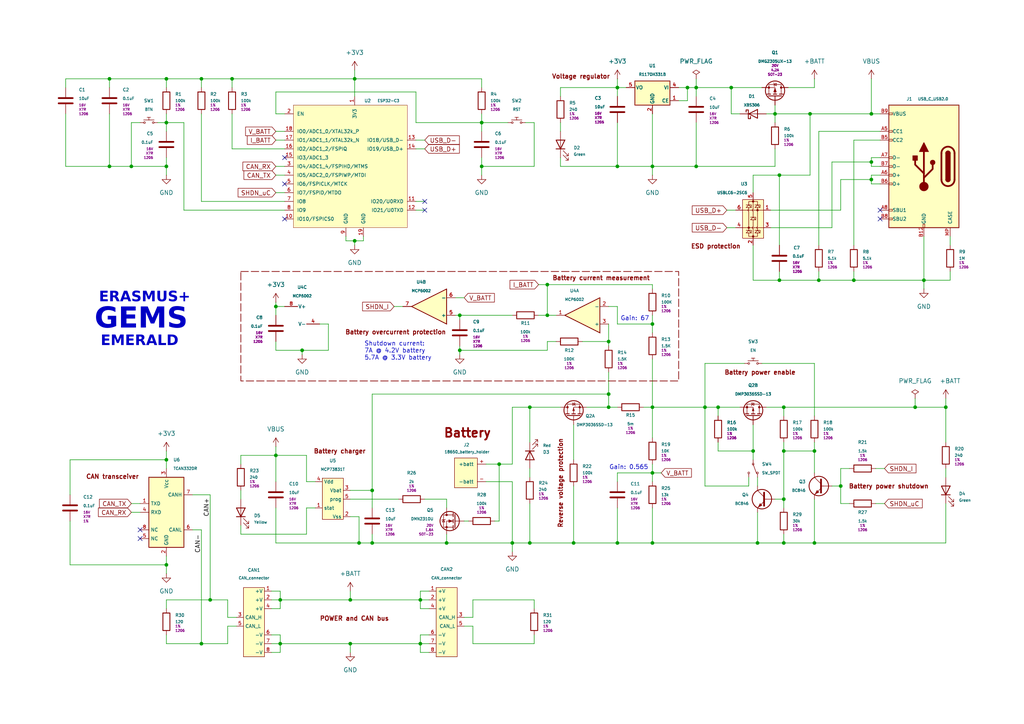
<source format=kicad_sch>
(kicad_sch (version 20231120) (generator "eeschema") (generator_version "8.0")
  (paper "A4")
  (title_block (title "EMERALD") (date "2024-02-23") (rev "v0.2") (company "GEMS - Graceful Equalising of Mechatronics Students") (comment 2 "Contact: gasper.skulj@fs.uni-lj.si") (comment 3 "2022-1-SI01-KA220-HED-000087727") (comment 4 "Erasmus+ project KA2: Cooperation partnerships in higher education"))
  (junction (at 31.75 22.86))
  (junction (at 208.28 118.11))
  (junction (at 101.6 173.99))
  (junction (at 179.07 48.26))
  (junction (at 102.87 69.85))
  (junction (at 179.07 157.48))
  (junction (at 67.31 22.86))
  (junction (at 201.93 25.4))
  (junction (at 38.1 48.26))
  (junction (at 179.07 25.4))
  (junction (at 189.23 93.98))
  (junction (at 81.28 173.99))
  (junction (at 201.93 48.26))
  (junction (at 265.43 118.11))
  (junction (at 107.95 157.48))
  (junction (at 80.01 132.08))
  (junction (at 274.32 118.11))
  (junction (at 252.73 46.99))
  (junction (at 252.73 52.07))
  (junction (at 121.92 186.69))
  (junction (at 176.53 118.11))
  (junction (at 60.96 173.99))
  (junction (at 189.23 118.11))
  (junction (at 252.73 33.02))
  (junction (at 153.67 157.48))
  (junction (at 227.33 144.78))
  (junction (at 234.95 33.02))
  (junction (at 48.26 35.56))
  (junction (at 267.97 81.28))
  (junction (at 236.22 157.48))
  (junction (at 204.47 118.11))
  (junction (at 247.65 81.28))
  (junction (at 189.23 157.48))
  (junction (at 101.6 186.69))
  (junction (at 139.7 35.56))
  (junction (at 129.54 157.48))
  (junction (at 148.59 157.48))
  (junction (at 31.75 48.26))
  (junction (at 153.67 118.11))
  (junction (at 227.33 130.81))
  (junction (at 212.09 25.4))
  (junction (at 219.71 157.48))
  (junction (at 199.39 25.4))
  (junction (at 226.06 81.28))
  (junction (at 189.23 48.26))
  (junction (at 107.95 142.24))
  (junction (at 158.75 82.55))
  (junction (at 227.33 157.48))
  (junction (at 189.23 137.16))
  (junction (at 224.79 33.02))
  (junction (at 139.7 48.26))
  (junction (at 121.92 173.99))
  (junction (at 48.26 163.83))
  (junction (at 226.06 50.8))
  (junction (at 144.78 134.62))
  (junction (at 218.44 130.81))
  (junction (at 102.87 22.86))
  (junction (at 237.49 81.28))
  (junction (at 80.01 88.9))
  (junction (at 176.53 99.06))
  (junction (at 81.28 186.69))
  (junction (at 58.42 186.69))
  (junction (at 243.84 140.97))
  (junction (at 104.14 157.48))
  (junction (at 133.35 91.44))
  (junction (at 87.63 101.6))
  (junction (at 48.26 133.35))
  (junction (at 48.26 48.26))
  (junction (at 236.22 130.81))
  (junction (at 158.75 91.44))
  (junction (at 58.42 22.86))
  (junction (at 176.53 114.3))
  (junction (at 133.35 101.6))
  (junction (at 48.26 22.86))
  (junction (at 166.37 157.48))
  (junction (at 227.33 118.11))
  (no_connect (at 82.55 45.72))
  (no_connect (at 255.27 60.96))
  (no_connect (at 255.27 63.5))
  (no_connect (at 123.19 60.96))
  (no_connect (at 82.55 53.34))
  (no_connect (at 123.19 58.42))
  (no_connect (at 40.64 156.21))
  (no_connect (at 40.64 153.67))
  (no_connect (at 82.55 63.5))
  (wire (pts (xy 252.73 33.02) (xy 255.27 33.02)))
  (wire (pts (xy 80.01 38.1) (xy 82.55 38.1)))
  (wire (pts (xy 92.71 93.98) (xy 95.25 93.98)))
  (wire (pts (xy 55.88 153.67) (xy 58.42 153.67)))
  (wire (pts (xy 243.84 135.89) (xy 246.38 135.89)))
  (wire (pts (xy 58.42 33.02) (xy 58.42 58.42)))
  (wire (pts (xy 60.96 173.99) (xy 66.04 173.99)))
  (wire (pts (xy 166.37 157.48) (xy 179.07 157.48)))
  (wire (pts (xy 156.21 91.44) (xy 158.75 91.44)))
  (wire (pts (xy 181.61 25.4) (xy 179.07 25.4)))
  (wire (pts (xy 227.33 118.11) (xy 227.33 120.65)))
  (wire (pts (xy 80.01 101.6) (xy 80.01 99.06)))
  (wire (pts (xy 179.07 35.56) (xy 179.07 48.26)))
  (wire (pts (xy 199.39 25.4) (xy 196.85 25.4)))
  (wire (pts (xy 78.74 186.69) (xy 81.28 186.69)))
  (wire (pts (xy 48.26 35.56) (xy 48.26 33.02)))
  (wire (pts (xy 214.63 33.02) (xy 212.09 33.02)))
  (wire (pts (xy 267.97 68.58) (xy 267.97 81.28)))
  (wire (pts (xy 236.22 105.41) (xy 236.22 120.65)))
  (wire (pts (xy 220.98 105.41) (xy 236.22 105.41)))
  (wire (pts (xy 148.59 139.7) (xy 148.59 157.48)))
  (wire (pts (xy 212.09 25.4) (xy 220.98 25.4)))
  (wire (pts (xy 81.28 173.99) (xy 101.6 173.99)))
  (wire (pts (xy 134.62 179.07) (xy 137.16 179.07)))
  (wire (pts (xy 162.56 35.56) (xy 162.56 38.1)))
  (wire (pts (xy 226.06 81.28) (xy 218.44 81.28)))
  (wire (pts (xy 252.73 52.07) (xy 252.73 53.34)))
  (wire (pts (xy 60.96 143.51) (xy 60.96 173.99)))
  (wire (pts (xy 140.97 139.7) (xy 148.59 139.7)))
  (wire (pts (xy 107.95 142.24) (xy 107.95 114.3)))
  (wire (pts (xy 189.23 147.32) (xy 189.23 157.48)))
  (wire (pts (xy 212.09 25.4) (xy 212.09 33.02)))
  (wire (pts (xy 95.25 101.6) (xy 87.63 101.6)))
  (wire (pts (xy 243.84 52.07) (xy 252.73 52.07)))
  (wire (pts (xy 254 146.05) (xy 256.54 146.05)))
  (wire (pts (xy 105.41 69.85) (xy 105.41 68.58)))
  (wire (pts (xy 67.31 25.4) (xy 67.31 22.86)))
  (wire (pts (xy 176.53 100.33) (xy 176.53 99.06)))
  (wire (pts (xy 189.23 137.16) (xy 189.23 139.7)))
  (wire (pts (xy 274.32 135.89) (xy 274.32 138.43)))
  (wire (pts (xy 243.84 60.96) (xy 223.52 60.96)))
  (wire (pts (xy 189.23 93.98) (xy 179.07 93.98)))
  (wire (pts (xy 274.32 157.48) (xy 274.32 146.05)))
  (wire (pts (xy 219.71 157.48) (xy 189.23 157.48)))
  (wire (pts (xy 144.78 134.62) (xy 148.59 134.62)))
  (wire (pts (xy 224.79 48.26) (xy 201.93 48.26)))
  (wire (pts (xy 222.25 118.11) (xy 227.33 118.11)))
  (wire (pts (xy 107.95 154.94) (xy 107.95 157.48)))
  (wire (pts (xy 227.33 144.78) (xy 224.79 144.78)))
  (wire (pts (xy 120.65 60.96) (xy 123.19 60.96)))
  (wire (pts (xy 189.23 134.62) (xy 189.23 137.16)))
  (wire (pts (xy 153.67 135.89) (xy 153.67 138.43)))
  (wire (pts (xy 153.67 118.11) (xy 153.67 128.27)))
  (wire (pts (xy 227.33 118.11) (xy 265.43 118.11)))
  (wire (pts (xy 121.92 189.23) (xy 124.46 189.23)))
  (wire (pts (xy 133.35 91.44) (xy 133.35 92.71)))
  (wire (pts (xy 139.7 35.56) (xy 147.32 35.56)))
  (wire (pts (xy 19.05 33.02) (xy 19.05 48.26)))
  (wire (pts (xy 208.28 128.27) (xy 208.28 130.81)))
  (wire (pts (xy 143.51 151.13) (xy 144.78 151.13)))
  (wire (pts (xy 19.05 22.86) (xy 31.75 22.86)))
  (wire (pts (xy 31.75 33.02) (xy 31.75 48.26)))
  (wire (pts (xy 80.01 88.9) (xy 82.55 88.9)))
  (wire (pts (xy 246.38 146.05) (xy 243.84 146.05)))
  (wire (pts (xy 104.14 157.48) (xy 107.95 157.48)))
  (wire (pts (xy 274.32 118.11) (xy 274.32 128.27)))
  (wire (pts (xy 208.28 130.81) (xy 218.44 130.81)))
  (wire (pts (xy 243.84 146.05) (xy 243.84 140.97)))
  (wire (pts (xy 219.71 138.43) (xy 219.71 140.97)))
  (wire (pts (xy 176.53 99.06) (xy 176.53 93.98)))
  (wire (pts (xy 222.25 33.02) (xy 224.79 33.02)))
  (wire (pts (xy 78.74 171.45) (xy 81.28 171.45)))
  (wire (pts (xy 158.75 82.55) (xy 189.23 82.55)))
  (wire (pts (xy 189.23 137.16) (xy 191.77 137.16)))
  (wire (pts (xy 58.42 186.69) (xy 66.04 186.69)))
  (wire (pts (xy 139.7 22.86) (xy 139.7 25.4)))
  (wire (pts (xy 218.44 50.8) (xy 218.44 55.88)))
  (wire (pts (xy 227.33 154.94) (xy 227.33 157.48)))
  (wire (pts (xy 176.53 118.11) (xy 179.07 118.11)))
  (wire (pts (xy 102.87 22.86) (xy 139.7 22.86)))
  (wire (pts (xy 67.31 22.86) (xy 58.42 22.86)))
  (wire (pts (xy 124.46 184.15) (xy 121.92 184.15)))
  (wire (pts (xy 80.01 147.32) (xy 80.01 157.48)))
  (wire (pts (xy 132.08 86.36) (xy 134.62 86.36)))
  (wire (pts (xy 236.22 144.78) (xy 236.22 157.48)))
  (wire (pts (xy 224.79 33.02) (xy 224.79 35.56)))
  (wire (pts (xy 123.19 144.78) (xy 129.54 144.78)))
  (wire (pts (xy 107.95 157.48) (xy 129.54 157.48)))
  (wire (pts (xy 252.73 53.34) (xy 255.27 53.34)))
  (wire (pts (xy 170.18 118.11) (xy 176.53 118.11)))
  (wire (pts (xy 179.07 137.16) (xy 179.07 139.7)))
  (wire (pts (xy 274.32 115.57) (xy 274.32 118.11)))
  (wire (pts (xy 161.29 91.44) (xy 158.75 91.44)))
  (wire (pts (xy 48.26 163.83) (xy 48.26 166.37)))
  (wire (pts (xy 101.6 189.23) (xy 101.6 186.69)))
  (wire (pts (xy 201.93 25.4) (xy 199.39 25.4)))
  (wire (pts (xy 154.94 184.15) (xy 154.94 186.69)))
  (wire (pts (xy 133.35 102.87) (xy 133.35 101.6)))
  (wire (pts (xy 69.85 154.94) (xy 88.9 154.94)))
  (wire (pts (xy 81.28 173.99) (xy 78.74 173.99)))
  (wire (pts (xy 48.26 186.69) (xy 58.42 186.69)))
  (wire (pts (xy 237.49 38.1) (xy 237.49 71.12)))
  (wire (pts (xy 69.85 134.62) (xy 69.85 132.08)))
  (wire (pts (xy 252.73 50.8) (xy 252.73 52.07)))
  (wire (pts (xy 66.04 173.99) (xy 66.04 179.07)))
  (wire (pts (xy 38.1 35.56) (xy 38.1 48.26)))
  (wire (pts (xy 153.67 118.11) (xy 162.56 118.11)))
  (wire (pts (xy 189.23 104.14) (xy 189.23 118.11)))
  (wire (pts (xy 102.87 22.86) (xy 102.87 27.94)))
  (wire (pts (xy 80.01 50.8) (xy 82.55 50.8)))
  (wire (pts (xy 101.6 144.78) (xy 115.57 144.78)))
  (wire (pts (xy 88.9 132.08) (xy 88.9 139.7)))
  (wire (pts (xy 176.53 114.3) (xy 176.53 118.11)))
  (wire (pts (xy 38.1 148.59) (xy 40.64 148.59)))
  (wire (pts (xy 48.26 22.86) (xy 58.42 22.86)))
  (wire (pts (xy 101.6 171.45) (xy 101.6 173.99)))
  (wire (pts (xy 154.94 173.99) (xy 154.94 176.53)))
  (wire (pts (xy 58.42 58.42) (xy 82.55 58.42)))
  (wire (pts (xy 129.54 154.94) (xy 129.54 157.48)))
  (wire (pts (xy 153.67 157.48) (xy 166.37 157.48)))
  (wire (pts (xy 69.85 132.08) (xy 80.01 132.08)))
  (wire (pts (xy 148.59 118.11) (xy 148.59 134.62)))
  (wire (pts (xy 101.6 186.69) (xy 121.92 186.69)))
  (wire (pts (xy 168.91 99.06) (xy 176.53 99.06)))
  (wire (pts (xy 20.32 151.13) (xy 20.32 163.83)))
  (wire (pts (xy 120.65 35.56) (xy 139.7 35.56)))
  (wire (pts (xy 66.04 179.07) (xy 68.58 179.07)))
  (wire (pts (xy 48.26 161.29) (xy 48.26 163.83)))
  (wire (pts (xy 53.34 60.96) (xy 53.34 35.56)))
  (wire (pts (xy 189.23 91.44) (xy 189.23 93.98)))
  (wire (pts (xy 162.56 48.26) (xy 179.07 48.26)))
  (wire (pts (xy 80.01 26.67) (xy 120.65 26.67)))
  (wire (pts (xy 31.75 25.4) (xy 31.75 22.86)))
  (wire (pts (xy 80.01 91.44) (xy 80.01 88.9)))
  (wire (pts (xy 88.9 139.7) (xy 91.44 139.7)))
  (wire (pts (xy 265.43 115.57) (xy 265.43 118.11)))
  (wire (pts (xy 20.32 133.35) (xy 20.32 143.51)))
  (wire (pts (xy 19.05 25.4) (xy 19.05 22.86)))
  (wire (pts (xy 224.79 30.48) (xy 224.79 33.02)))
  (wire (pts (xy 139.7 45.72) (xy 139.7 48.26)))
  (wire (pts (xy 81.28 186.69) (xy 101.6 186.69)))
  (wire (pts (xy 234.95 33.02) (xy 252.73 33.02)))
  (wire (pts (xy 78.74 176.53) (xy 81.28 176.53)))
  (wire (pts (xy 102.87 22.86) (xy 67.31 22.86)))
  (wire (pts (xy 227.33 157.48) (xy 219.71 157.48)))
  (wire (pts (xy 102.87 20.32) (xy 102.87 22.86)))
  (wire (pts (xy 247.65 81.28) (xy 267.97 81.28)))
  (wire (pts (xy 189.23 96.52) (xy 189.23 93.98)))
  (wire (pts (xy 48.26 45.72) (xy 48.26 48.26)))
  (wire (pts (xy 87.63 101.6) (xy 87.63 102.87)))
  (wire (pts (xy 148.59 157.48) (xy 153.67 157.48)))
  (wire (pts (xy 179.07 93.98) (xy 179.07 88.9)))
  (wire (pts (xy 48.26 35.56) (xy 48.26 38.1)))
  (wire (pts (xy 66.04 186.69) (xy 66.04 181.61)))
  (wire (pts (xy 58.42 25.4) (xy 58.42 22.86)))
  (wire (pts (xy 139.7 35.56) (xy 139.7 38.1)))
  (wire (pts (xy 48.26 176.53) (xy 48.26 173.99)))
  (wire (pts (xy 218.44 130.81) (xy 218.44 133.35)))
  (wire (pts (xy 237.49 78.74) (xy 237.49 81.28)))
  (wire (pts (xy 81.28 176.53) (xy 81.28 173.99)))
  (wire (pts (xy 121.92 171.45) (xy 121.92 173.99)))
  (wire (pts (xy 148.59 157.48) (xy 148.59 160.02)))
  (wire (pts (xy 208.28 118.11) (xy 214.63 118.11)))
  (wire (pts (xy 104.14 149.86) (xy 104.14 157.48)))
  (wire (pts (xy 48.26 133.35) (xy 48.26 135.89)))
  (wire (pts (xy 48.26 130.81) (xy 48.26 133.35)))
  (wire (pts (xy 102.87 69.85) (xy 102.87 71.12)))
  (wire (pts (xy 226.06 50.8) (xy 226.06 71.12)))
  (wire (pts (xy 201.93 22.86) (xy 201.93 25.4)))
  (wire (pts (xy 124.46 173.99) (xy 121.92 173.99)))
  (wire (pts (xy 48.26 173.99) (xy 60.96 173.99)))
  (wire (pts (xy 189.23 48.26) (xy 201.93 48.26)))
  (wire (pts (xy 20.32 133.35) (xy 48.26 133.35)))
  (wire (pts (xy 133.35 101.6) (xy 158.75 101.6)))
  (wire (pts (xy 189.23 48.26) (xy 179.07 48.26)))
  (wire (pts (xy 201.93 25.4) (xy 212.09 25.4)))
  (wire (pts (xy 82.55 60.96) (xy 53.34 60.96)))
  (wire (pts (xy 201.93 35.56) (xy 201.93 48.26)))
  (wire (pts (xy 228.6 25.4) (xy 236.22 25.4)))
  (wire (pts (xy 254 135.89) (xy 256.54 135.89)))
  (wire (pts (xy 139.7 48.26) (xy 139.7 50.8)))
  (wire (pts (xy 120.65 58.42) (xy 123.19 58.42)))
  (wire (pts (xy 226.06 78.74) (xy 226.06 81.28)))
  (wire (pts (xy 252.73 45.72) (xy 255.27 45.72)))
  (wire (pts (xy 179.07 147.32) (xy 179.07 157.48)))
  (wire (pts (xy 124.46 171.45) (xy 121.92 171.45)))
  (wire (pts (xy 121.92 176.53) (xy 124.46 176.53)))
  (wire (pts (xy 267.97 81.28) (xy 275.59 81.28)))
  (wire (pts (xy 114.3 88.9) (xy 116.84 88.9)))
  (wire (pts (xy 88.9 154.94) (xy 88.9 147.32)))
  (wire (pts (xy 129.54 157.48) (xy 148.59 157.48)))
  (wire (pts (xy 80.01 33.02) (xy 80.01 26.67)))
  (wire (pts (xy 80.01 132.08) (xy 88.9 132.08)))
  (wire (pts (xy 189.23 118.11) (xy 204.47 118.11)))
  (wire (pts (xy 252.73 22.86) (xy 252.73 33.02)))
  (wire (pts (xy 100.33 69.85) (xy 102.87 69.85)))
  (wire (pts (xy 189.23 127) (xy 189.23 118.11)))
  (wire (pts (xy 241.3 140.97) (xy 243.84 140.97)))
  (wire (pts (xy 255.27 48.26) (xy 252.73 48.26)))
  (wire (pts (xy 107.95 142.24) (xy 107.95 147.32)))
  (wire (pts (xy 217.17 138.43) (xy 217.17 140.97)))
  (wire (pts (xy 226.06 81.28) (xy 237.49 81.28)))
  (wire (pts (xy 241.3 46.99) (xy 241.3 66.04)))
  (wire (pts (xy 81.28 186.69) (xy 81.28 189.23)))
  (wire (pts (xy 154.94 186.69) (xy 137.16 186.69)))
  (wire (pts (xy 252.73 46.99) (xy 252.73 45.72)))
  (wire (pts (xy 179.07 25.4) (xy 179.07 27.94)))
  (wire (pts (xy 139.7 35.56) (xy 139.7 33.02)))
  (wire (pts (xy 247.65 40.64) (xy 255.27 40.64)))
  (wire (pts (xy 236.22 25.4) (xy 236.22 22.86)))
  (wire (pts (xy 224.79 43.18) (xy 224.79 48.26)))
  (wire (pts (xy 100.33 68.58) (xy 100.33 69.85)))
  (wire (pts (xy 40.64 35.56) (xy 38.1 35.56)))
  (wire (pts (xy 224.79 33.02) (xy 234.95 33.02)))
  (wire (pts (xy 101.6 173.99) (xy 121.92 173.99)))
  (wire (pts (xy 158.75 99.06) (xy 161.29 99.06)))
  (wire (pts (xy 236.22 157.48) (xy 274.32 157.48)))
  (wire (pts (xy 243.84 140.97) (xy 243.84 135.89)))
  (wire (pts (xy 218.44 81.28) (xy 218.44 71.12)))
  (wire (pts (xy 137.16 181.61) (xy 134.62 181.61)))
  (wire (pts (xy 156.21 82.55) (xy 158.75 82.55)))
  (wire (pts (xy 158.75 101.6) (xy 158.75 99.06)))
  (wire (pts (xy 53.34 35.56) (xy 48.26 35.56)))
  (wire (pts (xy 208.28 118.11) (xy 208.28 120.65)))
  (wire (pts (xy 204.47 105.41) (xy 204.47 118.11)))
  (wire (pts (xy 87.63 101.6) (xy 80.01 101.6)))
  (wire (pts (xy 275.59 68.58) (xy 275.59 71.12)))
  (wire (pts (xy 189.23 137.16) (xy 179.07 137.16)))
  (wire (pts (xy 152.4 35.56) (xy 154.94 35.56)))
  (wire (pts (xy 80.01 157.48) (xy 104.14 157.48)))
  (wire (pts (xy 218.44 123.19) (xy 218.44 130.81)))
  (wire (pts (xy 80.01 87.63) (xy 80.01 88.9)))
  (wire (pts (xy 236.22 157.48) (xy 227.33 157.48)))
  (wire (pts (xy 227.33 144.78) (xy 227.33 147.32)))
  (wire (pts (xy 210.82 60.96) (xy 213.36 60.96)))
  (wire (pts (xy 80.01 132.08) (xy 80.01 139.7)))
  (wire (pts (xy 82.55 33.02) (xy 80.01 33.02)))
  (wire (pts (xy 67.31 43.18) (xy 82.55 43.18)))
  (wire (pts (xy 132.08 91.44) (xy 133.35 91.44)))
  (wire (pts (xy 120.65 43.18) (xy 123.19 43.18)))
  (wire (pts (xy 120.65 40.64) (xy 123.19 40.64)))
  (wire (pts (xy 81.28 184.15) (xy 81.28 186.69)))
  (wire (pts (xy 154.94 35.56) (xy 154.94 48.26)))
  (wire (pts (xy 237.49 81.28) (xy 247.65 81.28)))
  (wire (pts (xy 226.06 50.8) (xy 218.44 50.8)))
  (wire (pts (xy 247.65 40.64) (xy 247.65 71.12)))
  (wire (pts (xy 227.33 130.81) (xy 236.22 130.81)))
  (wire (pts (xy 241.3 46.99) (xy 252.73 46.99)))
  (wire (pts (xy 219.71 157.48) (xy 219.71 148.59)))
  (wire (pts (xy 120.65 26.67) (xy 120.65 35.56)))
  (wire (pts (xy 55.88 143.51) (xy 60.96 143.51)))
  (wire (pts (xy 58.42 153.67) (xy 58.42 186.69)))
  (wire (pts (xy 88.9 147.32) (xy 91.44 147.32)))
  (wire (pts (xy 133.35 91.44) (xy 148.59 91.44)))
  (wire (pts (xy 201.93 27.94) (xy 201.93 25.4)))
  (wire (pts (xy 234.95 33.02) (xy 234.95 50.8)))
  (wire (pts (xy 162.56 45.72) (xy 162.56 48.26)))
  (wire (pts (xy 121.92 184.15) (xy 121.92 186.69)))
  (wire (pts (xy 48.26 22.86) (xy 48.26 25.4)))
  (wire (pts (xy 140.97 134.62) (xy 144.78 134.62)))
  (wire (pts (xy 102.87 69.85) (xy 105.41 69.85)))
  (wire (pts (xy 137.16 173.99) (xy 154.94 173.99)))
  (wire (pts (xy 166.37 140.97) (xy 166.37 157.48)))
  (wire (pts (xy 31.75 48.26) (xy 38.1 48.26)))
  (wire (pts (xy 204.47 118.11) (xy 208.28 118.11)))
  (wire (pts (xy 133.35 100.33) (xy 133.35 101.6)))
  (wire (pts (xy 78.74 184.15) (xy 81.28 184.15)))
  (wire (pts (xy 81.28 171.45) (xy 81.28 173.99)))
  (wire (pts (xy 252.73 48.26) (xy 252.73 46.99)))
  (wire (pts (xy 38.1 146.05) (xy 40.64 146.05)))
  (wire (pts (xy 176.53 114.3) (xy 176.53 107.95)))
  (wire (pts (xy 137.16 186.69) (xy 137.16 181.61)))
  (wire (pts (xy 135.89 151.13) (xy 134.62 151.13)))
  (wire (pts (xy 107.95 114.3) (xy 176.53 114.3)))
  (wire (pts (xy 217.17 140.97) (xy 204.47 140.97)))
  (wire (pts (xy 189.23 33.02) (xy 189.23 48.26)))
  (wire (pts (xy 148.59 118.11) (xy 153.67 118.11)))
  (wire (pts (xy 20.32 163.83) (xy 48.26 163.83)))
  (wire (pts (xy 153.67 146.05) (xy 153.67 157.48)))
  (wire (pts (xy 19.05 48.26) (xy 31.75 48.26)))
  (wire (pts (xy 179.07 22.86) (xy 179.07 25.4)))
  (wire (pts (xy 101.6 149.86) (xy 104.14 149.86)))
  (wire (pts (xy 67.31 33.02) (xy 67.31 43.18)))
  (wire (pts (xy 226.06 50.8) (xy 234.95 50.8)))
  (wire (pts (xy 144.78 134.62) (xy 144.78 151.13)))
  (wire (pts (xy 80.01 129.54) (xy 80.01 132.08)))
  (wire (pts (xy 162.56 25.4) (xy 162.56 27.94)))
  (wire (pts (xy 243.84 52.07) (xy 243.84 60.96)))
  (wire (pts (xy 236.22 128.27) (xy 236.22 130.81)))
  (wire (pts (xy 78.74 189.23) (xy 81.28 189.23)))
  (wire (pts (xy 80.01 48.26) (xy 82.55 48.26)))
  (wire (pts (xy 247.65 81.28) (xy 247.65 78.74)))
  (wire (pts (xy 199.39 25.4) (xy 199.39 29.21)))
  (wire (pts (xy 236.22 130.81) (xy 236.22 137.16)))
  (wire (pts (xy 166.37 123.19) (xy 166.37 133.35)))
  (wire (pts (xy 129.54 144.78) (xy 129.54 147.32)))
  (wire (pts (xy 189.23 82.55) (xy 189.23 83.82)))
  (wire (pts (xy 121.92 173.99) (xy 121.92 176.53)))
  (wire (pts (xy 204.47 140.97) (xy 204.47 118.11)))
  (wire (pts (xy 199.39 29.21) (xy 196.85 29.21)))
  (wire (pts (xy 255.27 50.8) (xy 252.73 50.8)))
  (wire (pts (xy 38.1 48.26) (xy 48.26 48.26)))
  (wire (pts (xy 179.07 25.4) (xy 162.56 25.4)))
  (wire (pts (xy 66.04 181.61) (xy 68.58 181.61)))
  (wire (pts (xy 189.23 48.26) (xy 189.23 50.8)))
  (wire (pts (xy 48.26 48.26) (xy 48.26 50.8)))
  (wire (pts (xy 154.94 48.26) (xy 139.7 48.26)))
  (wire (pts (xy 237.49 38.1) (xy 255.27 38.1)))
  (wire (pts (xy 80.01 40.64) (xy 82.55 40.64)))
  (wire (pts (xy 210.82 66.04) (xy 213.36 66.04)))
  (wire (pts (xy 265.43 118.11) (xy 274.32 118.11)))
  (wire (pts (xy 241.3 66.04) (xy 223.52 66.04)))
  (wire (pts (xy 158.75 82.55) (xy 158.75 91.44)))
  (wire (pts (xy 186.69 118.11) (xy 189.23 118.11)))
  (wire (pts (xy 137.16 179.07) (xy 137.16 173.99)))
  (wire (pts (xy 267.97 81.28) (xy 267.97 83.82)))
  (wire (pts (xy 121.92 186.69) (xy 124.46 186.69)))
  (wire (pts (xy 179.07 157.48) (xy 189.23 157.48)))
  (wire (pts (xy 69.85 142.24) (xy 69.85 144.78)))
  (wire (pts (xy 101.6 142.24) (xy 107.95 142.24)))
  (wire (pts (xy 31.75 22.86) (xy 48.26 22.86)))
  (wire (pts (xy 48.26 184.15) (xy 48.26 186.69)))
  (wire (pts (xy 121.92 186.69) (xy 121.92 189.23)))
  (wire (pts (xy 227.33 130.81) (xy 227.33 144.78)))
  (wire (pts (xy 69.85 152.4) (xy 69.85 154.94)))
  (wire (pts (xy 275.59 78.74) (xy 275.59 81.28)))
  (wire (pts (xy 45.72 35.56) (xy 48.26 35.56)))
  (wire (pts (xy 179.07 88.9) (xy 176.53 88.9)))
  (wire (pts (xy 95.25 93.98) (xy 95.25 101.6)))
  (wire (pts (xy 215.9 105.41) (xy 204.47 105.41)))
  (wire (pts (xy 227.33 128.27) (xy 227.33 130.81)))
  (wire (pts (xy 80.01 55.88) (xy 82.55 55.88)))
  (rectangle (start 69.85 78.74) (end 196.85 110.49) (stroke (width 0.2) (type dash) (color 132 0 0 1)))
  (text "Battery" (at 128.524 127.254 0) (effects (font (size 2.54 2.54) (thickness 0.508) (bold yes)) (justify left bottom)))
  (text "Battery charger" (at 90.932 131.826 0) (effects (font (size 1.27 1.27) (thickness 0.254) (bold yes)) (justify left bottom)))
  (text "ESD protection\n" (at 214.884 72.39 0) (effects (font (size 1.27 1.27) (thickness 0.254) (bold yes)) (justify right bottom)))
  (text "Gain: 67" (at 184.15 92.456 0) (effects (font (size 1.27 1.27))))
  (text "CAN transceiver" (at 24.892 139.192 0) (effects (font (size 1.27 1.27) (thickness 0.254) (bold yes)) (justify left bottom)))
  (text "ERASMUS+" (at 28.702 88.9 0) (effects (font (size 3 3) (thickness 0.254) (bold yes)) (justify left bottom)))
  (text "Reverse voltage protection" (at 163.322 127.254 90) (effects (font (size 1.27 1.27) (thickness 0.254) (bold yes)) (justify right bottom)))
  (text "POWER and CAN bus" (at 92.71 180.34 0) (effects (font (size 1.27 1.27) (thickness 0.254) (bold yes)) (justify left bottom)))
  (text "EMERALD" (at 29.21 101.6 0) (effects (font (size 3 3) (thickness 0.254) (bold yes)) (justify left bottom)))
  (text "GEMS" (at 27.432 97.79 0) (effects (font (size 6 6) (bold yes)) (justify left bottom)))
  (text "Voltage regulator" (at 160.02 23.114 0) (effects (font (size 1.27 1.27) (thickness 0.254) (bold yes)) (justify left bottom)))
  (text "Shutdown current:\n7A @ 4.2V battery\n5.7A @ 3.3V battery" (at 105.664 99.06 0) (effects (font (size 1.27 1.27)) (justify left top)))
  (text "Battery overcurrent protection" (at 100.076 97.282 0) (effects (font (size 1.27 1.27) (thickness 0.254) (bold yes)) (justify left bottom)))
  (text "Battery power enable" (at 210.058 108.966 0) (effects (font (size 1.27 1.27) (thickness 0.254) (bold yes)) (justify left bottom)))
  (text "Battery power shutdown" (at 246.126 141.986 0) (effects (font (size 1.27 1.27) (thickness 0.254) (bold yes)) (justify left bottom)))
  (text "Gain: 0.565" (at 182.372 135.636 0) (effects (font (size 1.27 1.27))))
  (text "Battery current measurement" (at 160.1661 81.5707 0) (effects (font (size 1.27 1.27) (thickness 0.254) (bold yes)) (justify left bottom)))
  (label "CAN+" (at 60.96 149.86 90))
  (label "CAN-" (at 58.42 154.94 270))
  (global_label "I_BATT" (shape input) (at 156.21 82.55 180) (property "Intersheetrefs" "${INTERSHEET_REFS}" (effects (hide yes))))
  (global_label "USB_D-" (shape input) (at 123.19 40.64 0) (property "Intersheetrefs" "${INTERSHEET_REFS}" (effects (hide yes))))
  (global_label "V_BATT" (shape input) (at 80.01 38.1 180) (property "Intersheetrefs" "${INTERSHEET_REFS}" (effects (hide yes))))
  (global_label "SHDN_I" (shape input) (at 114.3 88.9 180) (property "Intersheetrefs" "${INTERSHEET_REFS}" (effects (hide yes))))
  (global_label "V_BATT" (shape input) (at 134.62 86.36 0) (property "Intersheetrefs" "${INTERSHEET_REFS}" (effects (hide yes))))
  (global_label "SHDN_uC" (shape input) (at 80.01 55.88 180) (property "Intersheetrefs" "${INTERSHEET_REFS}" (effects (hide yes))))
  (global_label "I_BATT" (shape input) (at 80.01 40.64 180) (property "Intersheetrefs" "${INTERSHEET_REFS}" (effects (hide yes))))
  (global_label "SHDN_uC" (shape input) (at 256.54 146.05 0) (property "Intersheetrefs" "${INTERSHEET_REFS}" (effects (hide yes))))
  (global_label "CAN_RX" (shape input) (at 38.1 148.59 180) (property "Intersheetrefs" "${INTERSHEET_REFS}" (effects (hide yes))))
  (global_label "CAN_TX" (shape input) (at 80.01 50.8 180) (property "Intersheetrefs" "${INTERSHEET_REFS}" (effects (hide yes))))
  (global_label "SHDN_I" (shape input) (at 256.54 135.89 0) (property "Intersheetrefs" "${INTERSHEET_REFS}" (effects (hide yes))))
  (global_label "V_BATT" (shape input) (at 191.77 137.16 0) (property "Intersheetrefs" "${INTERSHEET_REFS}" (effects (hide yes))))
  (global_label "USB_D+" (shape input) (at 210.82 60.96 180) (property "Intersheetrefs" "${INTERSHEET_REFS}" (effects (hide yes))))
  (global_label "USB_D-" (shape input) (at 210.82 66.04 180) (property "Intersheetrefs" "${INTERSHEET_REFS}" (effects (hide yes))))
  (global_label "CAN_RX" (shape input) (at 80.01 48.26 180) (property "Intersheetrefs" "${INTERSHEET_REFS}" (effects (hide yes))))
  (global_label "CAN_TX" (shape input) (at 38.1 146.05 180) (property "Intersheetrefs" "${INTERSHEET_REFS}" (effects (hide yes))))
  (global_label "USB_D+" (shape input) (at 123.19 43.18 0) (property "Intersheetrefs" "${INTERSHEET_REFS}" (effects (hide yes))))
  (symbol (lib_id "power:+3V3") (at 80.01 87.63 0) (unit 1)
    (property "Reference" "#PWR010" (effects (hide yes)))
    (property "Value" "+3V3" (at 80.01 82.55 0))
    (property "Description" "Power symbol creates a global label with name \"+3V3\"" (effects (hide yes)))
  )
  (symbol (lib_id "GEMS_library:SW_Push_NO") (at 43.18 35.56 0) (unit 1)
    (property "Reference" "SW1" (at 43.18 29.21 0) (effects (font (size 0.9 0.9))))
    (property "Value" "BTN" (at 43.18 31.75 0) (effects (font (size 0.8 0.8))))
    (property "Footprint" "GEMS_library:SW_PUSH_6mm_SMD" (effects (hide yes)))
    (property "Datasheet" "https://www.ckswitches.com/media/1471/pts645.pdf" (effects (hide yes)))
    (property "Description" "Push button switch, generic, two pins" (effects (hide yes)))
  )
  (symbol (lib_id "GEMS_library:MCP73831T") (at 96.52 144.78 0) (unit 1)
    (property "Reference" "U5" (at 96.52 133.604 0) (effects (font (size 0.9 0.9))))
    (property "Value" "MCP73831T" (at 96.52 136.144 0) (effects (font (size 0.8 0.8))))
    (property "Footprint" "GEMS_library:SOT-23-5" (effects (hide yes)))
    (property "Datasheet" "https://ww1.microchip.com/downloads/en/DeviceDoc/MCP73831-Family-Data-Sheet-DS20001984H.pdf" (effects (hide yes)))
    (property "Description" "Single-cell Li-ion Charger, SOT-23-5" (effects (hide yes)))
    (property "Suplier1" "Mouser" (effects (hide yes)))
    (property "Suplier1 no." "579-MCP73831T-2ACIOT" (effects (hide yes)))
  )
  (symbol (lib_id "GEMS_library:Capacitor") (at 48.26 41.91 0) (mirror y) (unit 1)
    (property "Reference" "C5" (at 44.45 38.735 0) (effects (font (size 0.9 0.9)) (justify left)))
    (property "Value" "0.1uF" (at 44.45 41.275 0) (effects (font (size 0.8 0.8)) (justify left)))
    (property "Footprint" "GEMS_library:C_1206_(3216)" (effects (hide yes)))
    (property "Description" "Unpolarized capacitor" (effects (hide yes)))
    (property "Voltage" "16V" (at 44.45 43.18 0) (effects (font (size 0.7 0.7)) (justify left)))
    (property "Tolerance" "X7R" (at 44.45 44.45 0) (effects (font (size 0.7 0.7)) (justify left)))
    (property "Case" "1206" (at 44.45 45.72 0) (effects (font (size 0.7 0.7)) (justify left)))
  )
  (symbol (lib_id "GEMS_library:Resistor") (at 189.23 87.63 0) (unit 1)
    (property "Reference" "R10" (at 191.77 85.725 0) (effects (font (size 0.889 0.889)) (justify left)))
    (property "Value" "100K" (at 191.77 87.63 0) (effects (font (size 0.7874 0.7874)) (justify left)))
    (property "Footprint" "GEMS_library:R_1206_(3216)" (effects (hide yes)))
    (property "Description" "Resistor" (effects (hide yes)))
    (property "Tolerance" "1%" (at 191.77 88.8999 0) (effects (font (size 0.7112 0.7112)) (justify left)))
    (property "Case" "1206" (at 191.77 90.1699 0) (effects (font (size 0.7112 0.7112)) (justify left)))
  )
  (symbol (lib_id "GEMS_library:DMG2305UX-13") (at 224.79 27.94 90) (unit 1)
    (property "Reference" "Q1" (at 224.79 15.24 90) (effects (font (size 0.9 0.9))))
    (property "Value" "DMG2305UX-13" (at 224.79 17.78 90) (effects (font (size 0.8 0.8))))
    (property "Footprint" "GEMS_library:SOT-23" (effects (hide yes)))
    (property "Datasheet" "https://www.diodes.com/assets/Datasheets/DMG2305UX.pdf" (effects (hide yes)))
    (property "Description" "P-MOSFET transistor, gate/source/drain" (effects (hide yes)))
    (property "Voltage" "20V" (at 224.79 19.05 90) (effects (font (size 0.7 0.7))))
    (property "Current" "4.2A" (at 224.79 20.32 90) (effects (font (size 0.7 0.7))))
    (property "Case" "SOT-23" (at 224.79 21.59 90) (effects (font (size 0.7 0.7))))
    (property "Suplier1" "Mouser" (effects (hide yes)))
    (property "Suplier1 no." "621-DMG2305UX-13" (effects (hide yes)))
  )
  (symbol (lib_id "power:GND") (at 133.35 102.87 0) (unit 1)
    (property "Reference" "#PWR012" (effects (hide yes)))
    (property "Value" "GND" (at 133.35 107.95 0))
    (property "Description" "Power symbol creates a global label with name \"GND\" , ground" (effects (hide yes)))
  )
  (symbol (lib_id "GEMS_library:SW_Push_NO") (at 218.44 105.41 0) (unit 1)
    (property "Reference" "SW3" (at 218.44 99.06 0) (effects (font (size 0.9 0.9))))
    (property "Value" "EN" (at 218.44 101.6 0) (effects (font (size 0.8 0.8))))
    (property "Footprint" "GEMS_library:SW_PUSH_6mm_SMD" (effects (hide yes)))
    (property "Datasheet" "https://www.ckswitches.com/media/1471/pts645.pdf" (effects (hide yes)))
    (property "Description" "Push button switch, generic, two pins" (effects (hide yes)))
  )
  (symbol (lib_id "GEMS_library:XBS306") (at 217.17 33.02 0) (unit 1)
    (property "Reference" "D1" (at 218.059 27.94 0) (effects (font (size 0.889 0.889))))
    (property "Value" "XBS306" (at 218.059 30.48 0) (effects (font (size 0.7874 0.7874))))
    (property "Footprint" "GEMS_library:DO-214_(SMA)" (effects (hide yes)))
    (property "Datasheet" "https://www.farnell.com/datasheets/3118332.pdf" (effects (hide yes)))
    (property "Description" "Rectifier diode" (effects (hide yes)))
    (property "Voltage" "60V" (effects (hide yes)))
    (property "Current" "3A" (effects (hide yes)))
    (property "Suplier1" "Mouser" (effects (hide yes)))
    (property "Suplier1 no." "865-XBS306S19R-G" (effects (hide yes)))
  )
  (symbol (lib_id "GEMS_library:DMP3036SSD-13") (at 166.37 120.65 270) (mirror x) (unit 1)
    (property "Reference" "Q2" (at 171.196 120.65 90) (effects (font (size 0.9 0.9))))
    (property "Value" "DMP3036SSD-13" (at 172.466 123.19 90) (effects (font (size 0.8 0.8))))
    (property "Footprint" "GEMS_library:SOIC-8" (effects (hide yes)))
    (property "Datasheet" "https://www.diodes.com/assets/Datasheets/DMP3036SSD.pdf" (effects (hide yes)))
    (property "Description" "P-MOSFET transistor, dual, power" (effects (hide yes)))
    (property "V/C" "30V/15A" (effects (hide yes)))
    (property "Suplier1" "Mouser" (effects (hide yes)))
    (property "Suplier1 no." "621-DMP3036SSD-13" (effects (hide yes)))
  )
  (symbol (lib_id "GEMS_library:Resistor") (at 119.38 144.78 270) (unit 1)
    (property "Reference" "R26" (at 119.38 137.16 90) (effects (font (size 0.889 0.889))))
    (property "Value" "2k" (at 119.38 139.7 90) (effects (font (size 0.7874 0.7874))))
    (property "Footprint" "GEMS_library:R_1206_(3216)" (effects (hide yes)))
    (property "Description" "Resistor" (effects (hide yes)))
    (property "Tolerance" "1%" (at 119.38 140.97 90) (effects (font (size 0.7112 0.7112))))
    (property "Case" "1206" (at 119.38 142.24 90) (effects (font (size 0.7112 0.7112))))
  )
  (symbol (lib_id "GEMS_library:Resistor") (at 58.42 29.21 0) (unit 1)
    (property "Reference" "R2" (at 60.96 27.305 0) (effects (font (size 0.889 0.889)) (justify left)))
    (property "Value" "100k" (at 60.96 29.21 0) (effects (font (size 0.7874 0.7874)) (justify left)))
    (property "Footprint" "GEMS_library:R_1206_(3216)" (effects (hide yes)))
    (property "Description" "Resistor" (effects (hide yes)))
    (property "Tolerance" "1%" (at 60.96 30.4799 0) (effects (font (size 0.7112 0.7112)) (justify left)))
    (property "Case" "1206" (at 60.96 31.7499 0) (effects (font (size 0.7112 0.7112)) (justify left)))
  )
  (symbol (lib_id "GEMS_library:Resistor") (at 208.28 124.46 0) (unit 1)
    (property "Reference" "R16" (at 210.82 122.555 0) (effects (font (size 0.889 0.889)) (justify left)))
    (property "Value" "100k" (at 210.82 124.46 0) (effects (font (size 0.7874 0.7874)) (justify left)))
    (property "Footprint" "GEMS_library:R_1206_(3216)" (effects (hide yes)))
    (property "Description" "Resistor" (effects (hide yes)))
    (property "Tolerance" "1%" (at 210.82 125.7299 0) (effects (font (size 0.7112 0.7112)) (justify left)))
    (property "Case" "1206" (at 210.82 126.9999 0) (effects (font (size 0.7112 0.7112)) (justify left)))
  )
  (symbol (lib_id "GEMS_library:Capacitor") (at 133.35 96.52 0) (unit 1)
    (property "Reference" "C9" (at 137.16 93.345 0) (effects (font (size 0.9 0.9)) (justify left)))
    (property "Value" "0.1uF" (at 137.16 95.885 0) (effects (font (size 0.8 0.8)) (justify left)))
    (property "Footprint" "GEMS_library:C_1206_(3216)" (effects (hide yes)))
    (property "Description" "Unpolarized capacitor" (effects (hide yes)))
    (property "Voltage" "16V" (at 137.16 97.79 0) (effects (font (size 0.7 0.7)) (justify left)))
    (property "Tolerance" "X7R" (at 137.16 99.06 0) (effects (font (size 0.7 0.7)) (justify left)))
    (property "Case" "1206" (at 137.16 100.33 0) (effects (font (size 0.7 0.7)) (justify left)))
  )
  (symbol (lib_id "GEMS_library:18650_battery_holder") (at 135.89 137.16 0) (unit 1)
    (property "Reference" "J2" (at 136.144 129.032 0) (effects (font (size 0.9 0.9)) (justify right)))
    (property "Value" "18650_battery_holder" (at 141.986 131.064 0) (effects (font (size 0.8 0.8)) (justify right)))
    (property "Footprint" "GEMS_library:18650_battery_holder" (effects (hide yes)))
    (property "Datasheet" "https://www.keyelco.com/product-pdf.cfm?p=826" (effects (hide yes)))
    (property "Description" "18650 battery holder" (effects (hide yes)))
    (property "Suplier1" "Mouser" (effects (hide yes)))
    (property "Suplier1 no." "534-54" (effects (hide yes)))
  )
  (symbol (lib_id "GEMS_library:USB_C_USB2.0") (at 267.97 48.26 0) (mirror y) (unit 1)
    (property "Reference" "J1" (at 262.89 28.702 0) (effects (font (size 0.9 0.9)) (justify right)))
    (property "Value" "USB_C_USB2.0" (at 266.192 28.702 0) (effects (font (size 0.8 0.8)) (justify right)))
    (property "Footprint" "GEMS_library:USB-C_MOLEX-216990-0001" (effects (hide yes)))
    (property "Datasheet" "https://www.molex.com/en-us/products/part-detail/2169900001?display=pdf" (effects (hide yes)))
    (property "Description" "USB 2.0-only Type-C Receptacle connector" (effects (hide yes)))
    (property "USB-C_spec" "https://www.usb.org/sites/default/files/USB%20Type-C%20Spec%20R2.0%20-%20August%202019.pdf" (effects (hide yes)))
    (property "Suplier1" "Mouser" (effects (hide yes)))
    (property "Suplier1 no." "538-216990-0001" (effects (hide yes)))
    (property "Suplier2" "DigiKey" (effects (hide yes)))
    (property "Suplier2 no." "900-2169900001TR-ND" (effects (hide yes)))
  )
  (symbol (lib_id "GEMS_library:BC846") (at 222.25 144.78 0) (mirror y) (unit 1)
    (property "Reference" "Q4" (at 217.17 143.51 0) (effects (font (size 0.9 0.9)) (justify left)))
    (property "Value" "BC846" (at 217.17 146.05 0) (effects (font (size 0.8 0.8)) (justify left)))
    (property "Footprint" "GEMS_library:SOT-23" (effects (hide yes)))
    (property "Datasheet" "https://www.diodes.com/assets/Datasheets/ds11108.pdf" (effects (hide yes)))
    (property "Description" "BC846 NPN Bipolar junction transistor" (effects (hide yes)))
    (property "Suplier1" "Mouser" (effects (hide yes)))
    (property "Suplier1 no." "771-BC846B235" (effects (hide yes)))
  )
  (symbol (lib_id "power:+3V3") (at 102.87 20.32 0) (unit 1)
    (property "Reference" "#PWR01" (effects (hide yes)))
    (property "Value" "+3V3" (at 102.87 15.24 0))
    (property "Description" "Power symbol creates a global label with name \"+3V3\"" (effects (hide yes)))
  )
  (symbol (lib_id "power:VBUS") (at 252.73 22.86 0) (unit 1)
    (property "Reference" "#PWR04" (effects (hide yes)))
    (property "Value" "VBUS" (at 252.73 17.78 0))
    (property "Description" "Power symbol creates a global label with name \"VBUS\"" (effects (hide yes)))
  )
  (symbol (lib_id "GEMS_library:Resistor") (at 48.26 29.21 0) (unit 1)
    (property "Reference" "R1" (at 50.8 27.305 0) (effects (font (size 0.889 0.889)) (justify left)))
    (property "Value" "100k" (at 50.8 29.21 0) (effects (font (size 0.7874 0.7874)) (justify left)))
    (property "Footprint" "GEMS_library:R_1206_(3216)" (effects (hide yes)))
    (property "Description" "Resistor" (effects (hide yes)))
    (property "Tolerance" "1%" (at 50.8 30.4799 0) (effects (font (size 0.7112 0.7112)) (justify left)))
    (property "Case" "1206" (at 50.8 31.7499 0) (effects (font (size 0.7112 0.7112)) (justify left)))
  )
  (symbol (lib_id "GEMS_library:Capacitor") (at 107.95 151.13 0) (unit 1)
    (property "Reference" "C13" (at 111.76 147.955 0) (effects (font (size 0.9 0.9)) (justify left)))
    (property "Value" "10uF" (at 111.76 150.495 0) (effects (font (size 0.8 0.8)) (justify left)))
    (property "Footprint" "GEMS_library:C_1206_(3216)" (effects (hide yes)))
    (property "Description" "Unpolarized capacitor" (effects (hide yes)))
    (property "Voltage" "16V" (at 111.76 152.4 0) (effects (font (size 0.7 0.7)) (justify left)))
    (property "Tolerance" "X7R" (at 111.76 153.67 0) (effects (font (size 0.7 0.7)) (justify left)))
    (property "Case" "1206" (at 111.76 154.94 0) (effects (font (size 0.7 0.7)) (justify left)))
  )
  (symbol (lib_id "power:GND") (at 87.63 102.87 0) (unit 1)
    (property "Reference" "#PWR011" (effects (hide yes)))
    (property "Value" "GND" (at 87.63 107.95 0))
    (property "Description" "Power symbol creates a global label with name \"GND\" , ground" (effects (hide yes)))
  )
  (symbol (lib_id "GEMS_library:Resistor") (at 250.19 146.05 90) (mirror x) (unit 1)
    (property "Reference" "R27" (at 250.19 148.59 90) (effects (font (size 0.889 0.889))))
    (property "Value" "1.5k" (at 250.19 151.13 90) (effects (font (size 0.7874 0.7874))))
    (property "Footprint" "GEMS_library:R_1206_(3216)" (effects (hide yes)))
    (property "Description" "Resistor" (effects (hide yes)))
    (property "Tolerance" "1%" (at 250.19 152.4 90) (effects (font (size 0.7112 0.7112))))
    (property "Case" "1206" (at 250.19 153.67 90) (effects (font (size 0.7112 0.7112))))
  )
  (symbol (lib_id "GEMS_library:Resistor") (at 176.53 104.14 0) (unit 1)
    (property "Reference" "R14" (at 179.07 102.235 0) (effects (font (size 0.889 0.889)) (justify left)))
    (property "Value" "1.5K" (at 179.07 104.14 0) (effects (font (size 0.7874 0.7874)) (justify left)))
    (property "Footprint" "GEMS_library:R_1206_(3216)" (effects (hide yes)))
    (property "Description" "Resistor" (effects (hide yes)))
    (property "Tolerance" "1%" (at 179.07 105.4099 0) (effects (font (size 0.7112 0.7112)) (justify left)))
    (property "Case" "1206" (at 179.07 106.6799 0) (effects (font (size 0.7112 0.7112)) (justify left)))
  )
  (symbol (lib_id "GEMS_library:Resistor") (at 236.22 124.46 0) (unit 1)
    (property "Reference" "R18" (at 238.76 122.555 0) (effects (font (size 0.889 0.889)) (justify left)))
    (property "Value" "100k" (at 238.76 124.46 0) (effects (font (size 0.7874 0.7874)) (justify left)))
    (property "Footprint" "GEMS_library:R_1206_(3216)" (effects (hide yes)))
    (property "Description" "Resistor" (effects (hide yes)))
    (property "Tolerance" "1%" (at 238.76 125.7299 0) (effects (font (size 0.7112 0.7112)) (justify left)))
    (property "Case" "1206" (at 238.76 126.9999 0) (effects (font (size 0.7112 0.7112)) (justify left)))
  )
  (symbol (lib_id "GEMS_library:Capacitor") (at 179.07 143.51 0) (unit 1)
    (property "Reference" "C11" (at 182.88 140.335 0) (effects (font (size 0.9 0.9)) (justify left)))
    (property "Value" "0.1uF" (at 182.88 142.875 0) (effects (font (size 0.8 0.8)) (justify left)))
    (property "Footprint" "GEMS_library:C_1206_(3216)" (effects (hide yes)))
    (property "Description" "Unpolarized capacitor" (effects (hide yes)))
    (property "Voltage" "16V" (at 182.88 144.78 0) (effects (font (size 0.7 0.7)) (justify left)))
    (property "Tolerance" "X7R" (at 182.88 146.05 0) (effects (font (size 0.7 0.7)) (justify left)))
    (property "Case" "1206" (at 182.88 147.32 0) (effects (font (size 0.7 0.7)) (justify left)))
  )
  (symbol (lib_id "power:GND") (at 139.7 50.8 0) (unit 1)
    (property "Reference" "#PWR06" (effects (hide yes)))
    (property "Value" "GND" (at 139.7 55.88 0))
    (property "Description" "Power symbol creates a global label with name \"GND\" , ground" (effects (hide yes)))
  )
  (symbol (lib_id "GEMS_library:TCAN332DR") (at 48.26 148.59 0) (unit 1)
    (property "Reference" "U6" (at 50.2684 133.35 0) (effects (font (size 0.9 0.9)) (justify left)))
    (property "Value" "TCAN332DR" (at 50.2684 135.89 0) (effects (font (size 0.8 0.8)) (justify left)))
    (property "Footprint" "GEMS_library:SOIC-8" (effects (hide yes)))
    (property "Datasheet" "https://www.ti.com/lit/ds/symlink/tcan337.pdf?ts=1708935013033&ref_url=https%253A%252F%252Fwww.mouser.com%252F" (effects (hide yes)))
    (property "Description" "CAN bus transciever" (effects (hide yes)))
    (property "Suplier1" "Mouser" (effects (hide yes)))
    (property "Suplier1 no." "595-TCAN332DR" (effects (hide yes)))
  )
  (symbol (lib_id "power:GND") (at 101.6 189.23 0) (unit 1)
    (property "Reference" "#PWR019" (effects (hide yes)))
    (property "Value" "GND" (at 101.6 194.31 0))
    (property "Description" "Power symbol creates a global label with name \"GND\" , ground" (effects (hide yes)))
  )
  (symbol (lib_id "GEMS_library:Resistor") (at 48.26 180.34 0) (unit 1)
    (property "Reference" "R30" (at 50.8 178.435 0) (effects (font (size 0.889 0.889)) (justify left)))
    (property "Value" "120" (at 50.8 180.34 0) (effects (font (size 0.7874 0.7874)) (justify left)))
    (property "Footprint" "GEMS_library:R_1206_(3216)" (effects (hide yes)))
    (property "Description" "Resistor" (effects (hide yes)))
    (property "Tolerance" "1%" (at 50.8 181.6099 0) (effects (font (size 0.7112 0.7112)) (justify left)))
    (property "Case" "1206" (at 50.8 182.8799 0) (effects (font (size 0.7112 0.7112)) (justify left)))
  )
  (symbol (lib_id "GEMS_library:Capacitor") (at 226.06 74.93 0) (unit 1)
    (property "Reference" "C7" (at 230.124 71.882 0) (effects (font (size 0.9 0.9)) (justify left)))
    (property "Value" "0.1uF" (at 229.87 74.295 0) (effects (font (size 0.8 0.8)) (justify left)))
    (property "Footprint" "GEMS_library:C_1206_(3216)" (effects (hide yes)))
    (property "Description" "Unpolarized capacitor" (effects (hide yes)))
    (property "Voltage" "16V" (at 229.87 76.2 0) (effects (font (size 0.7 0.7)) (justify left)))
    (property "Tolerance" "X7R" (at 229.87 77.47 0) (effects (font (size 0.7 0.7)) (justify left)))
    (property "Case" "1206" (at 229.87 78.74 0) (effects (font (size 0.7 0.7)) (justify left)))
  )
  (symbol (lib_id "GEMS_library:MCP6002") (at 124.46 88.9 180) (unit 2)
    (property "Reference" "U4" (at 122.174 81.788 0) (effects (font (size 0.889 0.889))))
    (property "Value" "MCP6002" (at 122.174 84.328 0) (effects (font (size 0.7874 0.7874))))
    (property "Footprint" "GEMS_library:SOIC-8" (effects (hide yes)))
    (property "Datasheet" "http://ww1.microchip.com/downloads/jp/DeviceDoc/jp011705.pdf" (effects (hide yes)))
    (property "Description" "dual OP-AMP: RtR, LP" (effects (hide yes)))
    (property "Suplier1" "Mouser" (effects (hide yes)))
    (property "Suplier1 no." "579-MCP6002-I/SN" (effects (hide yes)))
  )
  (symbol (lib_id "GEMS_library:Capacitor") (at 179.07 31.75 0) (mirror y) (unit 1)
    (property "Reference" "C3" (at 172.466 28.448 0) (effects (font (size 0.9 0.9)) (justify right)))
    (property "Value" "10uF" (at 172.466 30.988 0) (effects (font (size 0.8 0.8)) (justify right)))
    (property "Footprint" "GEMS_library:C_1206_(3216)" (effects (hide yes)))
    (property "Description" "Unpolarized capacitor" (effects (hide yes)))
    (property "Voltage" "16V" (at 172.466 32.893 0) (effects (font (size 0.7 0.7)) (justify right)))
    (property "Tolerance" "X7R" (at 172.466 34.163 0) (effects (font (size 0.7 0.7)) (justify right)))
    (property "Case" "1206" (at 172.466 35.433 0) (effects (font (size 0.7 0.7)) (justify right)))
  )
  (symbol (lib_id "GEMS_library:Resistor") (at 154.94 180.34 0) (unit 1)
    (property "Reference" "R31" (at 157.48 178.435 0) (effects (font (size 0.889 0.889)) (justify left)))
    (property "Value" "120" (at 157.48 180.34 0) (effects (font (size 0.7874 0.7874)) (justify left)))
    (property "Footprint" "GEMS_library:R_1206_(3216)" (effects (hide yes)))
    (property "Description" "Resistor" (effects (hide yes)))
    (property "Tolerance" "1%" (at 157.48 181.6099 0) (effects (font (size 0.7112 0.7112)) (justify left)))
    (property "Case" "1206" (at 157.48 182.8799 0) (effects (font (size 0.7112 0.7112)) (justify left)))
  )
  (symbol (lib_id "GEMS_library:DMN2310U") (at 132.08 151.13 0) (mirror y) (unit 1)
    (property "Reference" "Q5" (at 125.73 147.955 0) (effects (font (size 0.9 0.9)) (justify left)))
    (property "Value" "DMN2310U" (at 125.73 150.495 0) (effects (font (size 0.8 0.8)) (justify left)))
    (property "Footprint" "GEMS_library:SOT-23" (effects (hide yes)))
    (property "Description" "Single N-MOSFET transistor, gate/source/drain" (effects (hide yes)))
    (property "Voltage" "20V" (at 125.73 152.4 0) (effects (font (size 0.7 0.7)) (justify left)))
    (property "Current" "1.6A" (at 125.73 153.67 0) (effects (font (size 0.7 0.7)) (justify left)))
    (property "Case" "SOT-23" (at 125.73 154.94 0) (effects (font (size 0.7 0.7)) (justify left)))
  )
  (symbol (lib_id "GEMS_library:Resistor") (at 152.4 91.44 90) (unit 1)
    (property "Reference" "R11" (at 152.4 93.726 90) (effects (font (size 0.889 0.889))))
    (property "Value" "100k" (at 152.4 96.266 90) (effects (font (size 0.7874 0.7874))))
    (property "Footprint" "GEMS_library:R_1206_(3216)" (effects (hide yes)))
    (property "Description" "Resistor" (effects (hide yes)))
    (property "Tolerance" "1%" (at 152.4 97.536 90) (effects (font (size 0.7112 0.7112))))
    (property "Case" "1206" (at 152.4 98.806 90) (effects (font (size 0.7112 0.7112))))
  )
  (symbol (lib_id "GEMS_library:Resistor") (at 67.31 29.21 0) (unit 1)
    (property "Reference" "R3" (at 69.85 27.305 0) (effects (font (size 0.889 0.889)) (justify left)))
    (property "Value" "100k" (at 69.85 29.21 0) (effects (font (size 0.7874 0.7874)) (justify left)))
    (property "Footprint" "GEMS_library:R_1206_(3216)" (effects (hide yes)))
    (property "Description" "Resistor" (effects (hide yes)))
    (property "Tolerance" "1%" (at 69.85 30.4799 0) (effects (font (size 0.7112 0.7112)) (justify left)))
    (property "Case" "1206" (at 69.85 31.7499 0) (effects (font (size 0.7112 0.7112)) (justify left)))
  )
  (symbol (lib_id "power:+3V3") (at 48.26 130.81 0) (unit 1)
    (property "Reference" "#PWR015" (effects (hide yes)))
    (property "Value" "+3V3" (at 48.26 125.73 0))
    (property "Description" "Power symbol creates a global label with name \"+3V3\"" (effects (hide yes)))
  )
  (symbol (lib_id "GEMS_library:Resistor") (at 224.79 39.37 0) (unit 1)
    (property "Reference" "R6" (at 227.33 37.465 0) (effects (font (size 0.889 0.889)) (justify left)))
    (property "Value" "100k" (at 227.33 39.37 0) (effects (font (size 0.7874 0.7874)) (justify left)))
    (property "Footprint" "GEMS_library:R_1206_(3216)" (effects (hide yes)))
    (property "Description" "Resistor" (effects (hide yes)))
    (property "Tolerance" "1%" (at 227.33 40.6399 0) (effects (font (size 0.7112 0.7112)) (justify left)))
    (property "Case" "1206" (at 227.33 41.9099 0) (effects (font (size 0.7112 0.7112)) (justify left)))
  )
  (symbol (lib_id "GEMS_library:Resistor") (at 182.88 118.11 90) (unit 1)
    (property "Reference" "R15" (at 182.88 120.396 90) (effects (font (size 0.889 0.889))))
    (property "Value" "5m" (at 182.88 122.936 90) (effects (font (size 0.7874 0.7874))))
    (property "Footprint" "GEMS_library:R_1206_(3216)" (effects (hide yes)))
    (property "Description" "Resistor" (effects (hide yes)))
    (property "Tolerance" "1%" (at 182.88 124.206 90) (effects (font (size 0.7112 0.7112))))
    (property "Case" "1206" (at 182.88 125.476 90) (effects (font (size 0.7112 0.7112))))
  )
  (symbol (lib_id "GEMS_library:Resistor") (at 227.33 124.46 0) (unit 1)
    (property "Reference" "R17" (at 229.87 122.555 0) (effects (font (size 0.889 0.889)) (justify left)))
    (property "Value" "100k" (at 229.87 124.46 0) (effects (font (size 0.7874 0.7874)) (justify left)))
    (property "Footprint" "GEMS_library:R_1206_(3216)" (effects (hide yes)))
    (property "Description" "Resistor" (effects (hide yes)))
    (property "Tolerance" "1%" (at 229.87 125.7299 0) (effects (font (size 0.7112 0.7112)) (justify left)))
    (property "Case" "1206" (at 229.87 126.9999 0) (effects (font (size 0.7112 0.7112)) (justify left)))
  )
  (symbol (lib_id "GEMS_library:Resistor") (at 250.19 135.89 90) (unit 1)
    (property "Reference" "R21" (at 250.19 128.27 90) (effects (font (size 0.889 0.889))))
    (property "Value" "1.5k" (at 250.19 130.81 90) (effects (font (size 0.7874 0.7874))))
    (property "Footprint" "GEMS_library:R_1206_(3216)" (effects (hide yes)))
    (property "Description" "Resistor" (effects (hide yes)))
    (property "Tolerance" "1%" (at 250.19 132.08 90) (effects (font (size 0.7112 0.7112))))
    (property "Case" "1206" (at 250.19 133.35 90) (effects (font (size 0.7112 0.7112))))
  )
  (symbol (lib_id "GEMS_library:Resistor") (at 153.67 142.24 0) (mirror x) (unit 1)
    (property "Reference" "R24" (at 156.21 140.081 0) (effects (font (size 0.889 0.889)) (justify left)))
    (property "Value" "240" (at 156.21 141.986 0) (effects (font (size 0.7874 0.7874)) (justify left)))
    (property "Footprint" "GEMS_library:R_1206_(3216)" (effects (hide yes)))
    (property "Description" "Resistor" (effects (hide yes)))
    (property "Tolerance" "1%" (at 156.21 143.256 0) (effects (font (size 0.7112 0.7112)) (justify left)))
    (property "Case" "1206" (at 156.21 144.526 0) (effects (font (size 0.7112 0.7112)) (justify left)))
  )
  (symbol (lib_id "GEMS_library:Capacitor") (at 80.01 95.25 0) (mirror y) (unit 1)
    (property "Reference" "C8" (at 76.2 92.075 0) (effects (font (size 0.9 0.9)) (justify left)))
    (property "Value" "0.1uF" (at 76.2 94.615 0) (effects (font (size 0.8 0.8)) (justify left)))
    (property "Footprint" "GEMS_library:C_1206_(3216)" (effects (hide yes)))
    (property "Description" "Unpolarized capacitor" (effects (hide yes)))
    (property "Voltage" "16V" (at 76.2 96.52 0) (effects (font (size 0.7 0.7)) (justify left)))
    (property "Tolerance" "X7R" (at 76.2 97.79 0) (effects (font (size 0.7 0.7)) (justify left)))
    (property "Case" "1206" (at 76.2 99.06 0) (effects (font (size 0.7 0.7)) (justify left)))
  )
  (symbol (lib_id "GEMS_library:Resistor") (at 139.7 29.21 0) (unit 1)
    (property "Reference" "R4" (at 142.24 27.305 0) (effects (font (size 0.889 0.889)) (justify left)))
    (property "Value" "100k" (at 142.24 29.21 0) (effects (font (size 0.7874 0.7874)) (justify left)))
    (property "Footprint" "GEMS_library:R_1206_(3216)" (effects (hide yes)))
    (property "Description" "Resistor" (effects (hide yes)))
    (property "Tolerance" "1%" (at 142.24 30.4799 0) (effects (font (size 0.7112 0.7112)) (justify left)))
    (property "Case" "1206" (at 142.24 31.7499 0) (effects (font (size 0.7112 0.7112)) (justify left)))
  )
  (symbol (lib_id "GEMS_library:CAN_connector") (at 73.66 179.07 0) (mirror y) (unit 1)
    (property "Reference" "CAN1" (at 73.66 165.354 0) (effects (font (size 0.9 0.9))))
    (property "Value" "CAN_connector" (at 73.66 167.64 0) (effects (font (size 0.8 0.8))))
    (property "Footprint" "GEMS_library:IDC8_Micro-MaTch" (effects (hide yes)))
    (property "Description" "8pin CAN & Power connector, double row, 02x04" (effects (hide yes)))
    (property "Suplier1" "Mouser" (effects (hide yes)))
    (property "Suplier1 no." "571-2150798" (effects (hide yes)))
    (property "Suplier1M no." "571-215083-8" (effects (hide yes)))
  )
  (symbol (lib_id "GEMS_library:LED") (at 162.56 43.18 90) (unit 1)
    (property "Reference" "D2" (at 166.37 42.8625 90) (effects (font (size 0.889 0.889)) (justify right)))
    (property "Value" "Green" (at 166.37 44.7675 90) (effects (font (size 0.7874 0.7874)) (justify right)))
    (property "Footprint" "GEMS_library:LED_D3.0mm" (effects (hide yes)))
    (property "Description" "Light emitting diode" (effects (hide yes)))
  )
  (symbol (lib_id "GEMS_library:R1170H331B") (at 189.23 25.4 0) (mirror y) (unit 1)
    (property "Reference" "U1" (at 189.23 19.05 0) (effects (font (size 0.9 0.9))))
    (property "Value" "R1170H331B" (at 189.23 21.59 0) (effects (font (size 0.8 0.8))))
    (property "Footprint" "GEMS_library:SOT-89-5" (effects (hide yes)))
    (property "Datasheet" "https://eu.mouser.com/datasheet/2/294/r1170_ea-3219814.pdf" (effects (hide yes)))
    (property "Description" "Voltage Regulator, LDO, Enable controll" (effects (hide yes)))
    (property "Suplier1" "Mouser" (effects (hide yes)))
    (property "Suplier1 no." "848-R1170H331BT1FE" (effects (hide yes)))
    (property "Suplier2" "DigiKey" (effects (hide yes)))
    (property "Suplier2 no." "2129-R1170H331B-T1-FETR-ND" (effects (hide yes)))
  )
  (symbol (lib_id "power:GND") (at 148.59 160.02 0) (unit 1)
    (property "Reference" "#PWR016" (effects (hide yes)))
    (property "Value" "GND" (at 148.59 165.1 0))
    (property "Description" "Power symbol creates a global label with name \"GND\" , ground" (effects (hide yes)))
  )
  (symbol (lib_id "GEMS_library:LED") (at 69.85 149.86 90) (unit 1)
    (property "Reference" "D5" (at 73.66 149.5425 90) (effects (font (size 0.889 0.889)) (justify right)))
    (property "Value" "Yellow" (at 73.66 151.4475 90) (effects (font (size 0.7874 0.7874)) (justify right)))
    (property "Footprint" "GEMS_library:LED_D3.0mm" (effects (hide yes)))
    (property "Description" "Light emitting diode" (effects (hide yes)))
  )
  (symbol (lib_id "GEMS_library:Capacitor") (at 31.75 29.21 0) (unit 1)
    (property "Reference" "C2" (at 35.56 26.035 0) (effects (font (size 0.9 0.9)) (justify left)))
    (property "Value" "0.1uF" (at 35.56 28.575 0) (effects (font (size 0.8 0.8)) (justify left)))
    (property "Footprint" "GEMS_library:C_1206_(3216)" (effects (hide yes)))
    (property "Description" "Unpolarized capacitor" (effects (hide yes)))
    (property "Voltage" "16V" (at 35.56 30.48 0) (effects (font (size 0.7 0.7)) (justify left)))
    (property "Tolerance" "X7R" (at 35.56 31.75 0) (effects (font (size 0.7 0.7)) (justify left)))
    (property "Case" "1206" (at 35.56 33.02 0) (effects (font (size 0.7 0.7)) (justify left)))
  )
  (symbol (lib_id "GEMS_library:Resistor") (at 227.33 151.13 0) (unit 1)
    (property "Reference" "R29" (at 229.87 149.225 0) (effects (font (size 0.889 0.889)) (justify left)))
    (property "Value" "30k" (at 229.87 151.13 0) (effects (font (size 0.7874 0.7874)) (justify left)))
    (property "Footprint" "GEMS_library:R_1206_(3216)" (effects (hide yes)))
    (property "Description" "Resistor" (effects (hide yes)))
    (property "Tolerance" "1%" (at 229.87 152.3999 0) (effects (font (size 0.7112 0.7112)) (justify left)))
    (property "Case" "1206" (at 229.87 153.6699 0) (effects (font (size 0.7112 0.7112)) (justify left)))
  )
  (symbol (lib_id "GEMS_library:Resistor") (at 274.32 132.08 0) (unit 1)
    (property "Reference" "R20" (at 276.86 130.175 0) (effects (font (size 0.889 0.889)) (justify left)))
    (property "Value" "240" (at 276.86 132.08 0) (effects (font (size 0.7874 0.7874)) (justify left)))
    (property "Footprint" "GEMS_library:R_1206_(3216)" (effects (hide yes)))
    (property "Description" "Resistor" (effects (hide yes)))
    (property "Tolerance" "1%" (at 276.86 133.3499 0) (effects (font (size 0.7112 0.7112)) (justify left)))
    (property "Case" "1206" (at 276.86 134.6199 0) (effects (font (size 0.7112 0.7112)) (justify left)))
  )
  (symbol (lib_id "GEMS_library:ESP32-C3") (at 102.87 50.8 0) (unit 1)
    (property "Reference" "U2" (at 105.664 29.21 0) (effects (font (size 0.889 0.889)) (justify left)))
    (property "Value" "ESP32-C3" (at 109.474 29.21 0) (effects (font (size 0.7874 0.7874)) (justify left)))
    (property "Footprint" "GEMS_library:ESP32-C3-WROOM-02" (effects (hide yes)))
    (property "Datasheet" "https://docs.espressif.com/projects/esp-idf/en/v5.0/esp32c3/get-started/index.html" (effects (hide yes)))
    (property "Description" "ESP32 SMT RF module" (effects (hide yes)))
    (property "Suplier1" "Mouser" (effects (hide yes)))
    (property "Suplier1 no." "356-ESP32C3WROOM02N4" (effects (hide yes)))
    (property "Suplier2" "DigiKey" (effects (hide yes)))
    (property "Suplier2 no." "1965-ESP32-C3-WROOM-02-N4TR-ND" (effects (hide yes)))
  )
  (symbol (lib_id "GEMS_library:Resistor") (at 237.49 74.93 0) (unit 1)
    (property "Reference" "R7" (at 240.03 73.025 0) (effects (font (size 0.889 0.889)) (justify left)))
    (property "Value" "5.1k" (at 240.03 74.93 0) (effects (font (size 0.7874 0.7874)) (justify left)))
    (property "Footprint" "GEMS_library:R_1206_(3216)" (effects (hide yes)))
    (property "Description" "Resistor" (effects (hide yes)))
    (property "Tolerance" "1%" (at 240.03 76.1999 0) (effects (font (size 0.7112 0.7112)) (justify left)))
    (property "Case" "1206" (at 240.03 77.4699 0) (effects (font (size 0.7112 0.7112)) (justify left)))
  )
  (symbol (lib_id "GEMS_library:Resistor") (at 162.56 31.75 0) (unit 1)
    (property "Reference" "R5" (at 165.1 29.845 0) (effects (font (size 0.889 0.889)) (justify left)))
    (property "Value" "240" (at 165.1 31.75 0) (effects (font (size 0.7874 0.7874)) (justify left)))
    (property "Footprint" "GEMS_library:R_1206_(3216)" (effects (hide yes)))
    (property "Description" "Resistor" (effects (hide yes)))
    (property "Tolerance" "1%" (at 165.1 33.0199 0) (effects (font (size 0.7112 0.7112)) (justify left)))
    (property "Case" "1206" (at 165.1 34.2899 0) (effects (font (size 0.7112 0.7112)) (justify left)))
  )
  (symbol (lib_id "power:GND") (at 102.87 71.12 0) (unit 1)
    (property "Reference" "#PWR08" (effects (hide yes)))
    (property "Value" "GND" (at 102.87 76.2 0))
    (property "Description" "Power symbol creates a global label with name \"GND\" , ground" (effects (hide yes)))
  )
  (symbol (lib_id "power:GND") (at 48.26 166.37 0) (unit 1)
    (property "Reference" "#PWR017" (effects (hide yes)))
    (property "Value" "GND" (at 48.26 171.45 0))
    (property "Description" "Power symbol creates a global label with name \"GND\" , ground" (effects (hide yes)))
  )
  (symbol (lib_id "power:+BATT") (at 274.32 115.57 0) (unit 1)
    (property "Reference" "#PWR013" (effects (hide yes)))
    (property "Value" "+BATT" (at 275.59 110.49 0))
    (property "Description" "Power symbol creates a global label with name \"+BATT\"" (effects (hide yes)))
  )
  (symbol (lib_id "GEMS_library:LED") (at 274.32 143.51 90) (unit 1)
    (property "Reference" "D4" (at 278.13 143.1925 90) (effects (font (size 0.889 0.889)) (justify right)))
    (property "Value" "Green" (at 278.13 145.0975 90) (effects (font (size 0.7874 0.7874)) (justify right)))
    (property "Footprint" "GEMS_library:LED_D3.0mm" (effects (hide yes)))
    (property "Description" "Light emitting diode" (effects (hide yes)))
  )
  (symbol (lib_id "GEMS_library:SW_SPDT") (at 218.44 135.89 270) (unit 1)
    (property "Reference" "SW4" (at 220.98 134.62 90) (effects (font (size 0.9 0.9)) (justify left)))
    (property "Value" "SW_SPDT" (at 220.98 137.16 90) (effects (font (size 0.8 0.8)) (justify left)))
    (property "Footprint" "GEMS_library:SW_SPDT" (effects (hide yes)))
    (property "Datasheet" "https://www.ckswitches.com/media/1428/os.pdf" (effects (hide yes)))
    (property "Description" "Switch, single pole double throw" (effects (hide yes)))
    (property "Suplier1" "Mouser" (effects (hide yes)))
    (property "Suplier1 no." "611-OS102011MA1QN1C" (effects (hide yes)))
  )
  (symbol (lib_id "GEMS_library:SW_Push_NO") (at 149.86 35.56 0) (unit 1)
    (property "Reference" "SW2" (at 149.86 29.21 0) (effects (font (size 0.9 0.9))))
    (property "Value" "RST" (at 149.86 31.75 0) (effects (font (size 0.8 0.8))))
    (property "Footprint" "GEMS_library:SW_PUSH_6mm_SMD" (effects (hide yes)))
    (property "Datasheet" "https://www.ckswitches.com/media/1471/pts645.pdf" (effects (hide yes)))
    (property "Description" "Push button switch, generic, two pins" (effects (hide yes)))
  )
  (symbol (lib_id "GEMS_library:Resistor") (at 165.1 99.06 270) (unit 1)
    (property "Reference" "R12" (at 165.1 101.6 90) (effects (font (size 0.889 0.889))))
    (property "Value" "100K" (at 165.1 104.14 90) (effects (font (size 0.7874 0.7874))))
    (property "Footprint" "GEMS_library:R_1206_(3216)" (effects (hide yes)))
    (property "Description" "Resistor" (effects (hide yes)))
    (property "Tolerance" "1%" (at 165.1 105.41 90) (effects (font (size 0.7112 0.7112))))
    (property "Case" "1206" (at 165.1 106.68 90) (effects (font (size 0.7112 0.7112))))
  )
  (symbol (lib_id "power:PWR_FLAG") (at 265.43 115.57 0) (unit 1)
    (property "Reference" "#FLG02" (effects (hide yes)))
    (property "Value" "PWR_FLAG" (at 265.43 110.49 0))
    (property "Description" "Special symbol for telling ERC where power comes from" (effects (hide yes)))
  )
  (symbol (lib_id "power:GND") (at 48.26 50.8 0) (unit 1)
    (property "Reference" "#PWR05" (effects (hide yes)))
    (property "Value" "GND" (at 48.26 55.88 0))
    (property "Description" "Power symbol creates a global label with name \"GND\" , ground" (effects (hide yes)))
  )
  (symbol (lib_id "GEMS_library:Capacitor") (at 19.05 29.21 0) (unit 1)
    (property "Reference" "C1" (at 22.86 26.035 0) (effects (font (size 0.9 0.9)) (justify left)))
    (property "Value" "10uF" (at 22.86 28.575 0) (effects (font (size 0.8 0.8)) (justify left)))
    (property "Footprint" "GEMS_library:C_1206_(3216)" (effects (hide yes)))
    (property "Description" "Unpolarized capacitor" (effects (hide yes)))
    (property "Voltage" "16V" (at 22.86 30.48 0) (effects (font (size 0.7 0.7)) (justify left)))
    (property "Tolerance" "X7R" (at 22.86 31.75 0) (effects (font (size 0.7 0.7)) (justify left)))
    (property "Case" "1206" (at 22.86 33.02 0) (effects (font (size 0.7 0.7)) (justify left)))
  )
  (symbol (lib_id "GEMS_library:Resistor") (at 166.37 137.16 0) (unit 1)
    (property "Reference" "R22" (at 168.91 135.255 0) (effects (font (size 0.889 0.889)) (justify left)))
    (property "Value" "100k" (at 168.91 137.16 0) (effects (font (size 0.7874 0.7874)) (justify left)))
    (property "Footprint" "GEMS_library:R_1206_(3216)" (effects (hide yes)))
    (property "Description" "Resistor" (effects (hide yes)))
    (property "Tolerance" "1%" (at 168.91 138.4299 0) (effects (font (size 0.7112 0.7112)) (justify left)))
    (property "Case" "1206" (at 168.91 139.6999 0) (effects (font (size 0.7112 0.7112)) (justify left)))
  )
  (symbol (lib_id "power:+3V3") (at 179.07 22.86 0) (unit 1)
    (property "Reference" "#PWR02" (effects (hide yes)))
    (property "Value" "+3V3" (at 179.07 17.78 0))
    (property "Description" "Power symbol creates a global label with name \"+3V3\"" (effects (hide yes)))
  )
  (symbol (lib_id "GEMS_library:Resistor") (at 247.65 74.93 0) (unit 1)
    (property "Reference" "R8" (at 250.19 73.025 0) (effects (font (size 0.889 0.889)) (justify left)))
    (property "Value" "5.1k" (at 250.19 74.93 0) (effects (font (size 0.7874 0.7874)) (justify left)))
    (property "Footprint" "GEMS_library:R_1206_(3216)" (effects (hide yes)))
    (property "Description" "Resistor" (effects (hide yes)))
    (property "Tolerance" "1%" (at 250.19 76.1999 0) (effects (font (size 0.7112 0.7112)) (justify left)))
    (property "Case" "1206" (at 250.19 77.4699 0) (effects (font (size 0.7112 0.7112)) (justify left)))
  )
  (symbol (lib_id "GEMS_library:Capacitor") (at 80.01 143.51 0) (unit 1)
    (property "Reference" "C10" (at 83.82 140.335 0) (effects (font (size 0.9 0.9)) (justify left)))
    (property "Value" "10uF" (at 83.82 142.875 0) (effects (font (size 0.8 0.8)) (justify left)))
    (property "Footprint" "GEMS_library:C_1206_(3216)" (effects (hide yes)))
    (property "Description" "Unpolarized capacitor" (effects (hide yes)))
    (property "Voltage" "16V" (at 83.82 144.78 0) (effects (font (size 0.7 0.7)) (justify left)))
    (property "Tolerance" "X7R" (at 83.82 146.05 0) (effects (font (size 0.7 0.7)) (justify left)))
    (property "Case" "1206" (at 83.82 147.32 0) (effects (font (size 0.7 0.7)) (justify left)))
  )
  (symbol (lib_id "GEMS_library:MCP6002") (at 168.91 91.44 180) (unit 1)
    (property "Reference" "U4" (at 166.624 84.328 0) (effects (font (size 0.889 0.889))))
    (property "Value" "MCP6002" (at 166.624 86.868 0) (effects (font (size 0.7874 0.7874))))
    (property "Footprint" "GEMS_library:SOIC-8" (effects (hide yes)))
    (property "Datasheet" "http://ww1.microchip.com/downloads/jp/DeviceDoc/jp011705.pdf" (effects (hide yes)))
    (property "Description" "dual OP-AMP: RtR, LP" (effects (hide yes)))
    (property "Suplier1" "Mouser" (effects (hide yes)))
    (property "Suplier1 no." "579-MCP6002-I/SN" (effects (hide yes)))
  )
  (symbol (lib_id "GEMS_library:Resistor") (at 189.23 130.81 0) (unit 1)
    (property "Reference" "R19" (at 191.77 128.905 0) (effects (font (size 0.889 0.889)) (justify left)))
    (property "Value" "10K" (at 191.77 130.81 0) (effects (font (size 0.7874 0.7874)) (justify left)))
    (property "Footprint" "GEMS_library:R_1206_(3216)" (effects (hide yes)))
    (property "Description" "Resistor" (effects (hide yes)))
    (property "Tolerance" "1%" (at 191.77 132.0799 0) (effects (font (size 0.7112 0.7112)) (justify left)))
    (property "Case" "1206" (at 191.77 133.3499 0) (effects (font (size 0.7112 0.7112)) (justify left)))
  )
  (symbol (lib_id "GEMS_library:Resistor") (at 275.59 74.93 0) (unit 1)
    (property "Reference" "R9" (at 278.13 73.025 0) (effects (font (size 0.889 0.889)) (justify left)))
    (property "Value" "1M" (at 278.13 74.93 0) (effects (font (size 0.7874 0.7874)) (justify left)))
    (property "Footprint" "GEMS_library:R_1206_(3216)" (effects (hide yes)))
    (property "Description" "Resistor" (effects (hide yes)))
    (property "Tolerance" "1%" (at 278.13 76.1999 0) (effects (font (size 0.7112 0.7112)) (justify left)))
    (property "Case" "1206" (at 278.13 77.4699 0) (effects (font (size 0.7112 0.7112)) (justify left)))
  )
  (symbol (lib_id "GEMS_library:USBLC6-2SC6") (at 218.44 63.5 0) (mirror y) (unit 1)
    (property "Reference" "U3" (at 216.7889 53.34 0) (effects (font (size 0.9 0.9)) (justify left)))
    (property "Value" "USBLC6-2SC6" (at 216.7889 55.88 0) (effects (font (size 0.8 0.8)) (justify left)))
    (property "Footprint" "GEMS_library:SOT-23-6" (effects (hide yes)))
    (property "Datasheet" "https://www.st.com/resource/en/datasheet/usblc6-2.pdf" (effects (hide yes)))
    (property "Description" "Very low capacitance ESD protection diode, 2 data-line, SOT-23-6" (effects (hide yes)))
    (property "Suplier1" "Mouser" (effects (hide yes)))
    (property "Suplier1 no." "511-USBLC6-2SC6" (effects (hide yes)))
    (property "Suplier2" "DigiKey" (effects (hide yes)))
    (property "Suplier2 no." "497-5235-2-ND" (effects (hide yes)))
  )
  (symbol (lib_id "GEMS_library:LED") (at 153.67 130.81 90) (mirror x) (unit 1)
    (property "Reference" "D3" (at 157.48 131.1275 90) (effects (font (size 0.889 0.889)) (justify right)))
    (property "Value" "Red" (at 157.48 129.2225 90) (effects (font (size 0.7874 0.7874)) (justify right)))
    (property "Footprint" "GEMS_library:LED_D3.0mm" (effects (hide yes)))
    (property "Description" "Light emitting diode" (effects (hide yes)))
  )
  (symbol (lib_id "power:+BATT") (at 236.22 22.86 0) (unit 1)
    (property "Reference" "#PWR03" (effects (hide yes)))
    (property "Value" "+BATT" (at 236.22 17.78 0))
    (property "Description" "Power symbol creates a global label with name \"+BATT\"" (effects (hide yes)))
  )
  (symbol (lib_id "GEMS_library:CAN_connector") (at 129.54 179.07 0) (unit 1)
    (property "Reference" "CAN2" (at 129.54 165.1 0) (effects (font (size 0.9 0.9))))
    (property "Value" "CAN_connector" (at 129.54 167.64 0) (effects (font (size 0.8 0.8))))
    (property "Footprint" "GEMS_library:IDC8_Micro-MaTch" (effects (hide yes)))
    (property "Description" "8pin CAN & Power connector, double row, 02x04" (effects (hide yes)))
    (property "Suplier1" "Mouser" (effects (hide yes)))
    (property "Suplier1 no." "571-2150798" (effects (hide yes)))
    (property "Suplier1M no." "571-215083-8" (effects (hide yes)))
  )
  (symbol (lib_id "power:VBUS") (at 80.01 129.54 0) (unit 1)
    (property "Reference" "#PWR014" (effects (hide yes)))
    (property "Value" "VBUS" (at 80.01 124.46 0))
    (property "Description" "Power symbol creates a global label with name \"VBUS\"" (effects (hide yes)))
  )
  (symbol (lib_id "GEMS_library:Resistor") (at 189.23 143.51 0) (unit 1)
    (property "Reference" "R25" (at 191.77 141.605 0) (effects (font (size 0.889 0.889)) (justify left)))
    (property "Value" "13k" (at 191.77 143.51 0) (effects (font (size 0.7874 0.7874)) (justify left)))
    (property "Footprint" "GEMS_library:R_1206_(3216)" (effects (hide yes)))
    (property "Description" "Resistor" (effects (hide yes)))
    (property "Tolerance" "1%" (at 191.77 144.7799 0) (effects (font (size 0.7112 0.7112)) (justify left)))
    (property "Case" "1206" (at 191.77 146.0499 0) (effects (font (size 0.7112 0.7112)) (justify left)))
  )
  (symbol (lib_id "GEMS_library:Resistor") (at 69.85 138.43 0) (unit 1)
    (property "Reference" "R23" (at 72.39 136.525 0) (effects (font (size 0.889 0.889)) (justify left)))
    (property "Value" "240" (at 72.39 138.43 0) (effects (font (size 0.7874 0.7874)) (justify left)))
    (property "Footprint" "GEMS_library:R_1206_(3216)" (effects (hide yes)))
    (property "Description" "Resistor" (effects (hide yes)))
    (property "Tolerance" "1%" (at 72.39 139.6999 0) (effects (font (size 0.7112 0.7112)) (justify left)))
    (property "Case" "1206" (at 72.39 140.9699 0) (effects (font (size 0.7112 0.7112)) (justify left)))
  )
  (symbol (lib_id "GEMS_library:Capacitor") (at 201.93 31.75 0) (unit 1)
    (property "Reference" "C4" (at 205.74 28.575 0) (effects (font (size 0.9 0.9)) (justify left)))
    (property "Value" "10uF" (at 205.74 31.115 0) (effects (font (size 0.8 0.8)) (justify left)))
    (property "Footprint" "GEMS_library:C_1206_(3216)" (effects (hide yes)))
    (property "Description" "Unpolarized capacitor" (effects (hide yes)))
    (property "Voltage" "16V" (at 205.74 33.02 0) (effects (font (size 0.7 0.7)) (justify left)))
    (property "Tolerance" "X7R" (at 205.74 34.29 0) (effects (font (size 0.7 0.7)) (justify left)))
    (property "Case" "1206" (at 205.74 35.56 0) (effects (font (size 0.7 0.7)) (justify left)))
  )
  (symbol (lib_id "GEMS_library:Resistor") (at 139.7 151.13 270) (unit 1)
    (property "Reference" "R28" (at 139.7 143.51 90) (effects (font (size 0.889 0.889))))
    (property "Value" "100k" (at 139.7 146.05 90) (effects (font (size 0.7874 0.7874))))
    (property "Footprint" "GEMS_library:R_1206_(3216)" (effects (hide yes)))
    (property "Description" "Resistor" (effects (hide yes)))
    (property "Tolerance" "1%" (at 139.7 147.32 90) (effects (font (size 0.7112 0.7112))))
    (property "Case" "1206" (at 139.7 148.59 90) (effects (font (size 0.7112 0.7112))))
  )
  (symbol (lib_id "GEMS_library:Capacitor") (at 139.7 41.91 0) (unit 1)
    (property "Reference" "C6" (at 143.51 38.735 0) (effects (font (size 0.9 0.9)) (justify left)))
    (property "Value" "0.1uF" (at 143.51 41.275 0) (effects (font (size 0.8 0.8)) (justify left)))
    (property "Footprint" "GEMS_library:C_1206_(3216)" (effects (hide yes)))
    (property "Description" "Unpolarized capacitor" (effects (hide yes)))
    (property "Voltage" "16V" (at 143.51 43.18 0) (effects (font (size 0.7 0.7)) (justify left)))
    (property "Tolerance" "X7R" (at 143.51 44.45 0) (effects (font (size 0.7 0.7)) (justify left)))
    (property "Case" "1206" (at 143.51 45.72 0) (effects (font (size 0.7 0.7)) (justify left)))
  )
  (symbol (lib_id "power:GND") (at 267.97 83.82 0) (unit 1)
    (property "Reference" "#PWR09" (effects (hide yes)))
    (property "Value" "GND" (at 267.97 88.9 0))
    (property "Description" "Power symbol creates a global label with name \"GND\" , ground" (effects (hide yes)))
  )
  (symbol (lib_id "GEMS_library:DMP3036SSD-13") (at 218.44 120.65 90) (unit 2)
    (property "Reference" "Q2" (at 218.44 111.76 90) (effects (font (size 0.9 0.9))))
    (property "Value" "DMP3036SSD-13" (at 218.44 114.3 90) (effects (font (size 0.8 0.8))))
    (property "Footprint" "GEMS_library:SOIC-8" (effects (hide yes)))
    (property "Datasheet" "https://www.diodes.com/assets/Datasheets/DMP3036SSD.pdf" (effects (hide yes)))
    (property "Description" "P-MOSFET transistor, dual, power" (effects (hide yes)))
    (property "V/C" "30V/15A" (effects (hide yes)))
    (property "Suplier1" "Mouser" (effects (hide yes)))
    (property "Suplier1 no." "621-DMP3036SSD-13" (effects (hide yes)))
  )
  (symbol (lib_id "power:+BATT") (at 101.6 171.45 0) (unit 1)
    (property "Reference" "#PWR018" (effects (hide yes)))
    (property "Value" "+BATT" (at 101.6 166.37 0))
    (property "Description" "Power symbol creates a global label with name \"+BATT\"" (effects (hide yes)))
  )
  (symbol (lib_id "GEMS_library:Resistor") (at 189.23 100.33 0) (unit 1)
    (property "Reference" "R13" (at 191.77 98.425 0) (effects (font (size 0.889 0.889)) (justify left)))
    (property "Value" "1.5K" (at 191.77 100.33 0) (effects (font (size 0.7874 0.7874)) (justify left)))
    (property "Footprint" "GEMS_library:R_1206_(3216)" (effects (hide yes)))
    (property "Description" "Resistor" (effects (hide yes)))
    (property "Tolerance" "1%" (at 191.77 101.5999 0) (effects (font (size 0.7112 0.7112)) (justify left)))
    (property "Case" "1206" (at 191.77 102.8699 0) (effects (font (size 0.7112 0.7112)) (justify left)))
  )
  (symbol (lib_id "power:GND") (at 189.23 50.8 0) (unit 1)
    (property "Reference" "#PWR07" (effects (hide yes)))
    (property "Value" "GND" (at 189.23 55.88 0))
    (property "Description" "Power symbol creates a global label with name \"GND\" , ground" (effects (hide yes)))
  )
  (symbol (lib_id "GEMS_library:BC846") (at 238.76 140.97 0) (mirror y) (unit 1)
    (property "Reference" "Q3" (at 233.68 139.7 0) (effects (font (size 0.9 0.9)) (justify left)))
    (property "Value" "BC846" (at 233.68 142.24 0) (effects (font (size 0.8 0.8)) (justify left)))
    (property "Footprint" "GEMS_library:SOT-23" (effects (hide yes)))
    (property "Datasheet" "https://www.diodes.com/assets/Datasheets/ds11108.pdf" (effects (hide yes)))
    (property "Description" "BC846 NPN Bipolar junction transistor" (effects (hide yes)))
    (property "Suplier1" "Mouser" (effects (hide yes)))
    (property "Suplier1 no." "771-BC846B235" (effects (hide yes)))
  )
  (symbol (lib_id "power:PWR_FLAG") (at 201.93 22.86 0) (unit 1)
    (property "Reference" "#FLG01" (effects (hide yes)))
    (property "Value" "PWR_FLAG" (at 201.93 17.78 0))
    (property "Description" "Special symbol for telling ERC where power comes from" (effects (hide yes)))
  )
  (symbol (lib_id "GEMS_library:MCP6002") (at 87.63 91.44 0) (unit 3)
    (property "Reference" "U4" (at 87.63 83.312 0) (effects (font (size 0.889 0.889))))
    (property "Value" "MCP6002" (at 87.63 85.852 0) (effects (font (size 0.7874 0.7874))))
    (property "Footprint" "GEMS_library:SOIC-8" (effects (hide yes)))
    (property "Datasheet" "http://ww1.microchip.com/downloads/jp/DeviceDoc/jp011705.pdf" (effects (hide yes)))
    (property "Description" "dual OP-AMP: RtR, LP" (effects (hide yes)))
    (property "Suplier1" "Mouser" (effects (hide yes)))
    (property "Suplier1 no." "579-MCP6002-I/SN" (effects (hide yes)))
  )
  (symbol (lib_id "GEMS_library:Capacitor") (at 20.32 147.32 0) (unit 1)
    (property "Reference" "C12" (at 24.13 144.145 0) (effects (font (size 0.9 0.9)) (justify left)))
    (property "Value" "0.1uF" (at 24.13 146.685 0) (effects (font (size 0.8 0.8)) (justify left)))
    (property "Footprint" "GEMS_library:C_1206_(3216)" (effects (hide yes)))
    (property "Description" "Unpolarized capacitor" (effects (hide yes)))
    (property "Voltage" "16V" (at 24.13 148.59 0) (effects (font (size 0.7 0.7)) (justify left)))
    (property "Tolerance" "X7R" (at 24.13 149.86 0) (effects (font (size 0.7 0.7)) (justify left)))
    (property "Case" "1%" (at 24.13 151.13 0) (effects (font (size 0.7 0.7)) (justify left)))
  )
)
</source>
